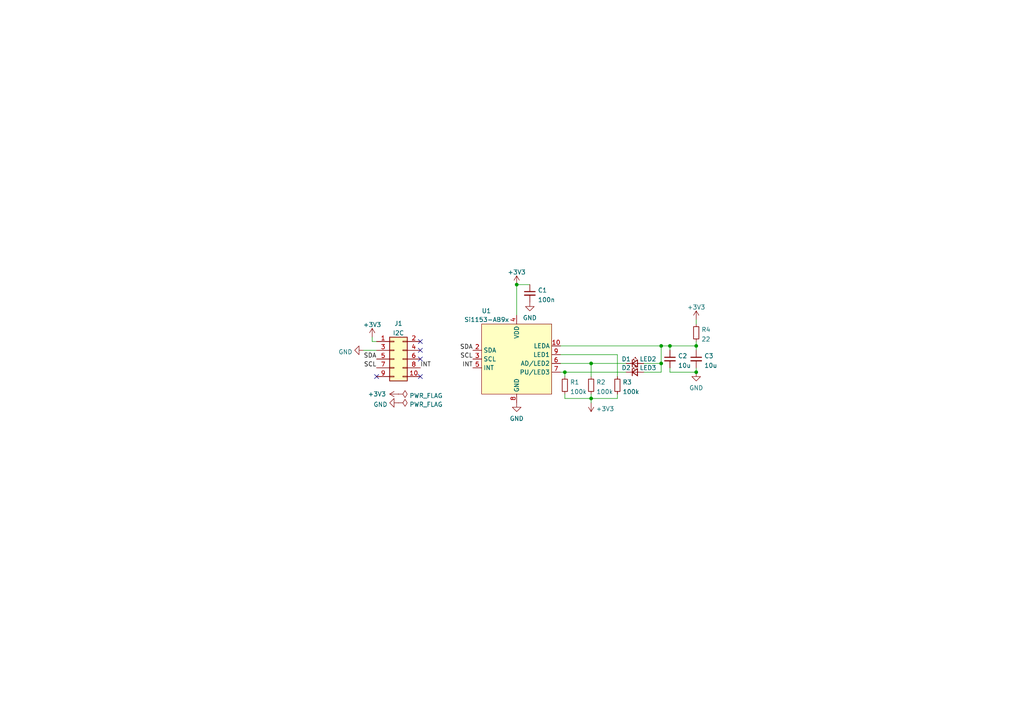
<source format=kicad_sch>
(kicad_sch (version 20231120) (generator "eeschema") (generator_version "8.0")
  (paper "A4")
  (lib_symbols
    (symbol "Connector_Generic:Conn_02x05_Odd_Even" (pin_names (offset 1.016) hide)
      (property "Reference" "J" (at 1.27 7.62 0))
      (property "Value" "Conn_02x05_Odd_Even" (at 1.27 -7.62 0))
      (symbol "Conn_02x05_Odd_Even_1_1"
        (rectangle (start -1.27 -4.953) (end 0 -5.207) (stroke (width 0.1524)))
        (rectangle (start -1.27 -2.413) (end 0 -2.667) (stroke (width 0.1524)))
        (rectangle (start -1.27 0.127) (end 0 -0.127) (stroke (width 0.1524)))
        (rectangle (start -1.27 2.667) (end 0 2.413) (stroke (width 0.1524)))
        (rectangle (start -1.27 5.207) (end 0 4.953) (stroke (width 0.1524)))
        (rectangle (start -1.27 6.35) (end 3.81 -6.35) (stroke (width 0.254)) (fill (type background)))
        (rectangle (start 3.81 -4.953) (end 2.54 -5.207) (stroke (width 0.1524)))
        (rectangle (start 3.81 -2.413) (end 2.54 -2.667) (stroke (width 0.1524)))
        (rectangle (start 3.81 0.127) (end 2.54 -0.127) (stroke (width 0.1524)))
        (rectangle (start 3.81 2.667) (end 2.54 2.413) (stroke (width 0.1524)))
        (rectangle (start 3.81 5.207) (end 2.54 4.953) (stroke (width 0.1524)))
        (pin passive line (at -5.08 5.08 0) (length 3.81) (name "Pin_1") (number "1"))
        (pin passive line (at 7.62 -5.08 180) (length 3.81) (name "Pin_10") (number "10"))
        (pin passive line (at 7.62 5.08 180) (length 3.81) (name "Pin_2") (number "2"))
        (pin passive line (at -5.08 2.54 0) (length 3.81) (name "Pin_3") (number "3"))
        (pin passive line (at 7.62 2.54 180) (length 3.81) (name "Pin_4") (number "4"))
        (pin passive line (at -5.08 0 0) (length 3.81) (name "Pin_5") (number "5"))
        (pin passive line (at 7.62 0 180) (length 3.81) (name "Pin_6") (number "6"))
        (pin passive line (at -5.08 -2.54 0) (length 3.81) (name "Pin_7") (number "7"))
        (pin passive line (at 7.62 -2.54 180) (length 3.81) (name "Pin_8") (number "8"))
        (pin passive line (at -5.08 -5.08 0) (length 3.81) (name "Pin_9") (number "9"))
      )
    )
    (symbol "Device:C_Small" (pin_numbers hide) (pin_names (offset 0.254) hide)
      (property "Reference" "C" (at 0.254 1.778 0))
      (property "Value" "C_Small" (at 0.254 -2.032 0))
      (symbol "C_Small_0_1"
        (polyline (pts (xy -1.524 -0.508) (xy 1.524 -0.508)) (stroke (width 0.3302)))
        (polyline (pts (xy -1.524 0.508) (xy 1.524 0.508)) (stroke (width 0.3048)))
      )
      (symbol "C_Small_1_1"
        (pin passive line (at 0 2.54 270) (length 2.032) (name "~") (number "1"))
        (pin passive line (at 0 -2.54 90) (length 2.032) (name "~") (number "2"))
      )
    )
    (symbol "Device:LED_Small" (pin_numbers hide) (pin_names (offset 0.254) hide)
      (property "Reference" "D" (at -1.27 3.175 0))
      (property "Value" "LED_Small" (at -4.445 -2.54 0))
      (symbol "LED_Small_0_1"
        (polyline (pts (xy -0.762 -1.016) (xy -0.762 1.016)) (stroke (width 0.254)))
        (polyline (pts (xy 1.016 0) (xy -0.762 0)))
        (polyline (pts (xy 0.762 -1.016) (xy -0.762 0) (xy 0.762 1.016) (xy 0.762 -1.016)) (stroke (width 0.254)))
        (polyline (pts (xy 0 0.762) (xy -0.508 1.27) (xy -0.254 1.27) (xy -0.508 1.27) (xy -0.508 1.016)))
        (polyline (pts (xy 0.508 1.27) (xy 0 1.778) (xy 0.254 1.778) (xy 0 1.778) (xy 0 1.524)))
      )
      (symbol "LED_Small_1_1"
        (pin passive line (at -2.54 0 0) (length 1.778) (name "K") (number "1"))
        (pin passive line (at 2.54 0 180) (length 1.778) (name "A") (number "2"))
      )
    )
    (symbol "Device:R_Small" (pin_numbers hide) (pin_names (offset 0.254) hide)
      (property "Reference" "R" (at 0.762 0.508 0))
      (property "Value" "R_Small" (at 0.762 -1.016 0))
      (symbol "R_Small_0_1"
        (rectangle (start -0.762 1.778) (end 0.762 -1.778) (stroke (width 0.2032)))
      )
      (symbol "R_Small_1_1"
        (pin passive line (at 0 2.54 270) (length 0.762) (name "~") (number "1"))
        (pin passive line (at 0 -2.54 90) (length 0.762) (name "~") (number "2"))
      )
    )
    (symbol "extraparts:Si1153-AB9x"
      (property "Reference" "U" (at 0 16.51 0))
      (property "Value" "Si1153-AB9x" (at 0 13.97 0))
      (symbol "Si1153-AB9x_0_1"
        (rectangle (start -10.16 10.16) (end 10.16 -10.16) (stroke (width 0.1524)) (fill (type background)))
      )
      (symbol "Si1153-AB9x_1_1"
        (pin no_connect line (at -12.7 -5.08 0) (length 2.54) hide (name "DNC") (number "1"))
        (pin input line (at 12.7 3.81 180) (length 2.54) (name "LEDA") (number "10"))
        (pin bidirectional line (at -12.7 2.54 0) (length 2.54) (name "SDA") (number "2"))
        (pin input line (at -12.7 0 0) (length 2.54) (name "SCL") (number "3"))
        (pin power_in line (at 0 12.7 270) (length 2.54) (name "VDD") (number "4"))
        (pin bidirectional line (at -12.7 -2.54 0) (length 2.54) (name "INT") (number "5"))
        (pin bidirectional line (at 12.7 -1.27 180) (length 2.54) (name "AD/LED2") (number "6"))
        (pin bidirectional line (at 12.7 -3.81 180) (length 2.54) (name "PU/LED3") (number "7"))
        (pin power_in line (at 0 -12.7 90) (length 2.54) (name "GND") (number "8"))
        (pin output line (at 12.7 1.27 180) (length 2.54) (name "LED1") (number "9"))
      )
    )
    (symbol "power:+3V3" (power) (pin_names (offset 0))
      (property "Value" "+3V3" (at 0 3.556 0))
      (symbol "+3V3_0_1"
        (polyline (pts (xy -0.762 1.27) (xy 0 2.54)))
        (polyline (pts (xy 0 0) (xy 0 2.54)))
        (polyline (pts (xy 0 2.54) (xy 0.762 1.27)))
      )
      (symbol "+3V3_1_1"
        (pin power_in line (at 0 0 90) (length 0) hide (name "+3V3") (number "1"))
      )
    )
    (symbol "power:GND" (power) (pin_names (offset 0))
      (property "Value" "GND" (at 0 -3.81 0))
      (symbol "GND_0_1"
        (polyline (pts (xy 0 0) (xy 0 -1.27) (xy 1.27 -1.27) (xy 0 -2.54) (xy -1.27 -1.27) (xy 0 -1.27)))
      )
      (symbol "GND_1_1"
        (pin power_in line (at 0 0 270) (length 0) hide (name "GND") (number "1"))
      )
    )
    (symbol "power:PWR_FLAG" (power) (pin_numbers hide) (pin_names (offset 0) hide)
      (property "Value" "PWR_FLAG" (at 0 3.81 0))
      (symbol "PWR_FLAG_0_0"
        (pin power_out line (at 0 0 90) (length 0) (name "pwr") (number "1"))
      )
      (symbol "PWR_FLAG_0_1"
        (polyline (pts (xy 0 0) (xy 0 1.27) (xy -1.016 1.905) (xy 0 2.54) (xy 1.016 1.905) (xy 0 1.27)))
      )
    )
  )
  (junction (at 194.31 100.33))
  (junction (at 171.45 115.57))
  (junction (at 191.77 105.41))
  (junction (at 191.77 100.33))
  (junction (at 201.93 100.33))
  (junction (at 149.86 82.55))
  (junction (at 201.93 107.95))
  (junction (at 171.45 105.41))
  (junction (at 163.83 107.95))
  (no_connect (at 121.92 109.22))
  (no_connect (at 121.92 99.06))
  (no_connect (at 121.92 101.6))
  (no_connect (at 121.92 104.14))
  (no_connect (at 109.22 109.22))
  (wire (pts (xy 179.07 102.87) (xy 179.07 109.22)))
  (wire (pts (xy 186.69 105.41) (xy 191.77 105.41)))
  (wire (pts (xy 194.31 107.95) (xy 201.93 107.95)))
  (wire (pts (xy 186.69 107.95) (xy 191.77 107.95)))
  (wire (pts (xy 201.93 100.33) (xy 201.93 101.6)))
  (wire (pts (xy 162.56 102.87) (xy 179.07 102.87)))
  (wire (pts (xy 171.45 105.41) (xy 171.45 109.22)))
  (wire (pts (xy 107.95 99.06) (xy 109.22 99.06)))
  (wire (pts (xy 163.83 107.95) (xy 181.61 107.95)))
  (wire (pts (xy 163.83 114.3) (xy 163.83 115.57)))
  (wire (pts (xy 201.93 92.71) (xy 201.93 93.98)))
  (wire (pts (xy 163.83 107.95) (xy 163.83 109.22)))
  (wire (pts (xy 162.56 100.33) (xy 191.77 100.33)))
  (wire (pts (xy 162.56 105.41) (xy 171.45 105.41)))
  (wire (pts (xy 191.77 107.95) (xy 191.77 105.41)))
  (wire (pts (xy 191.77 100.33) (xy 194.31 100.33)))
  (wire (pts (xy 201.93 106.68) (xy 201.93 107.95)))
  (wire (pts (xy 194.31 100.33) (xy 201.93 100.33)))
  (wire (pts (xy 201.93 99.06) (xy 201.93 100.33)))
  (wire (pts (xy 171.45 115.57) (xy 171.45 116.84)))
  (wire (pts (xy 149.86 82.55) (xy 149.86 91.44)))
  (wire (pts (xy 107.95 97.79) (xy 107.95 99.06)))
  (wire (pts (xy 194.31 101.6) (xy 194.31 100.33)))
  (wire (pts (xy 171.45 105.41) (xy 181.61 105.41)))
  (wire (pts (xy 105.41 101.6) (xy 109.22 101.6)))
  (wire (pts (xy 162.56 107.95) (xy 163.83 107.95)))
  (wire (pts (xy 171.45 114.3) (xy 171.45 115.57)))
  (wire (pts (xy 149.86 82.55) (xy 153.67 82.55)))
  (wire (pts (xy 194.31 106.68) (xy 194.31 107.95)))
  (wire (pts (xy 179.07 115.57) (xy 179.07 114.3)))
  (wire (pts (xy 191.77 105.41) (xy 191.77 100.33)))
  (wire (pts (xy 163.83 115.57) (xy 171.45 115.57)))
  (wire (pts (xy 171.45 115.57) (xy 179.07 115.57)))
  (label "SDA" (at 137.16 101.6 180))
  (label "SCL" (at 137.16 104.14 180))
  (label "SDA" (at 109.22 104.14 180))
  (label "INT" (at 137.16 106.68 180))
  (label "INT" (at 121.92 106.68 0))
  (label "SCL" (at 109.22 106.68 180))
  (symbol (lib_id "Device:R_Small") (at 163.83 111.76 0) (unit 1)
    (property "Reference" "R1" (at 165.3286 110.8515 0) (effects (justify left)))
    (property "Value" "100k" (at 165.3286 113.6266 0) (effects (justify left)))
    (property "Footprint" "Resistor_SMD:R_0603_1608Metric" (effects (hide yes)))
  )
  (symbol (lib_id "power:GND") (at 149.86 116.84 0) (unit 1)
    (property "Reference" "#PWR06" (effects (hide yes)))
    (property "Value" "GND" (at 149.86 121.4025 0))
  )
  (symbol (lib_id "power:+3V3") (at 171.45 116.84 180) (unit 1)
    (property "Reference" "#PWR08" (effects (hide yes)))
    (property "Value" "+3V3" (at 172.847 118.589 0) (effects (justify right)))
  )
  (symbol (lib_id "Device:LED_Small") (at 184.15 105.41 0) (unit 1)
    (property "Reference" "D1" (at 181.61 104.14 0))
    (property "Value" "LED2" (at 187.96 104.14 0))
    (property "Footprint" "LED_THT:LED_D3.0mm_IRGrey" (effects (hide yes)))
  )
  (symbol (lib_id "Device:C_Small") (at 201.93 104.14 0) (unit 1)
    (property "Reference" "C3" (at 204.2541 103.2378 0) (effects (justify left)))
    (property "Value" "10u" (at 204.2541 106.0129 0) (effects (justify left)))
    (property "Footprint" "Capacitor_SMD:C_0805_2012Metric" (effects (hide yes)))
  )
  (symbol (lib_id "power:+3V3") (at 107.95 97.79 0) (unit 1)
    (property "Reference" "#PWR02" (effects (hide yes)))
    (property "Value" "+3V3" (at 107.95 94.1855 0))
  )
  (symbol (lib_id "extraparts:Si1153-AB9x") (at 149.86 104.14 0) (unit 1)
    (property "Reference" "U1" (at 139.7 90.17 0) (effects (justify left)))
    (property "Value" "Si1153-AB9x" (at 134.62 92.71 0) (effects (justify left)))
    (property "Footprint" "extraparts:SiliconLabs_LGA-10_P1.0mm" (effects (hide yes)))
  )
  (symbol (lib_id "power:PWR_FLAG") (at 115.57 114.3 270) (unit 1)
    (property "Reference" "#FLG01" (effects (hide yes)))
    (property "Value" "PWR_FLAG" (at 118.745 114.779 90) (effects (justify left)))
  )
  (symbol (lib_id "power:GND") (at 105.41 101.6 270) (unit 1)
    (property "Reference" "#PWR01" (effects (hide yes)))
    (property "Value" "GND" (at 102.2351 102.079 90) (effects (justify right)))
  )
  (symbol (lib_id "power:GND") (at 115.57 116.84 270) (unit 1)
    (property "Reference" "#PWR04" (effects (hide yes)))
    (property "Value" "GND" (at 112.3951 117.319 90) (effects (justify right)))
  )
  (symbol (lib_id "Connector_Generic:Conn_02x05_Odd_Even") (at 114.3 104.14 0) (unit 1)
    (property "Reference" "J1" (at 115.57 93.8235 0))
    (property "Value" "I2C" (at 115.57 96.5986 0))
    (property "Footprint" "Connector_PinHeader_1.27mm:PinHeader_2x05_P1.27mm_Vertical_SMD" (effects (hide yes)))
  )
  (symbol (lib_id "Device:LED_Small") (at 184.15 107.95 0) (unit 1)
    (property "Reference" "D2" (at 181.61 106.68 0))
    (property "Value" "LED3" (at 187.96 106.68 0))
    (property "Footprint" "LED_THT:LED_D3.0mm_IRGrey" (effects (hide yes)))
  )
  (symbol (lib_id "Device:R_Small") (at 179.07 111.76 0) (unit 1)
    (property "Reference" "R3" (at 180.5686 110.8515 0) (effects (justify left)))
    (property "Value" "100k" (at 180.5686 113.6266 0) (effects (justify left)))
    (property "Footprint" "Resistor_SMD:R_0603_1608Metric" (effects (hide yes)))
  )
  (symbol (lib_id "power:+3V3") (at 115.57 114.3 90) (unit 1)
    (property "Reference" "#PWR03" (effects (hide yes)))
    (property "Value" "+3V3" (at 106.68 114.3 90) (effects (justify right)))
  )
  (symbol (lib_id "power:GND") (at 201.93 107.95 0) (unit 1)
    (property "Reference" "#PWR010" (effects (hide yes)))
    (property "Value" "GND" (at 201.93 112.5125 0))
  )
  (symbol (lib_id "Device:C_Small") (at 153.67 85.09 0) (unit 1)
    (property "Reference" "C1" (at 155.9941 84.1878 0) (effects (justify left)))
    (property "Value" "100n" (at 155.9941 86.9629 0) (effects (justify left)))
    (property "Footprint" "Capacitor_SMD:C_0603_1608Metric" (effects (hide yes)))
  )
  (symbol (lib_id "Device:C_Small") (at 194.31 104.14 0) (unit 1)
    (property "Reference" "C2" (at 196.6341 103.2378 0) (effects (justify left)))
    (property "Value" "10u" (at 196.6341 106.0129 0) (effects (justify left)))
    (property "Footprint" "Capacitor_SMD:C_0805_2012Metric" (effects (hide yes)))
  )
  (symbol (lib_id "power:+3V3") (at 149.86 82.55 0) (unit 1)
    (property "Reference" "#PWR05" (effects (hide yes)))
    (property "Value" "+3V3" (at 149.86 78.9455 0))
  )
  (symbol (lib_id "power:+3V3") (at 201.93 92.71 0) (unit 1)
    (property "Reference" "#PWR09" (effects (hide yes)))
    (property "Value" "+3V3" (at 201.93 89.1055 0))
  )
  (symbol (lib_id "Device:R_Small") (at 171.45 111.76 0) (unit 1)
    (property "Reference" "R2" (at 172.9486 110.8515 0) (effects (justify left)))
    (property "Value" "100k" (at 172.9486 113.6266 0) (effects (justify left)))
    (property "Footprint" "Resistor_SMD:R_0603_1608Metric" (effects (hide yes)))
  )
  (symbol (lib_id "Device:R_Small") (at 201.93 96.52 0) (unit 1)
    (property "Reference" "R4" (at 203.4286 95.6115 0) (effects (justify left)))
    (property "Value" "22" (at 203.4286 98.3866 0) (effects (justify left)))
    (property "Footprint" "Resistor_SMD:R_0603_1608Metric" (effects (hide yes)))
  )
  (symbol (lib_id "power:PWR_FLAG") (at 115.57 116.84 270) (unit 1)
    (property "Reference" "#FLG02" (effects (hide yes)))
    (property "Value" "PWR_FLAG" (at 118.745 117.319 90) (effects (justify left)))
  )
  (symbol (lib_id "power:GND") (at 153.67 87.63 0) (unit 1)
    (property "Reference" "#PWR07" (effects (hide yes)))
    (property "Value" "GND" (at 153.67 92.1925 0))
  )
)
</source>
